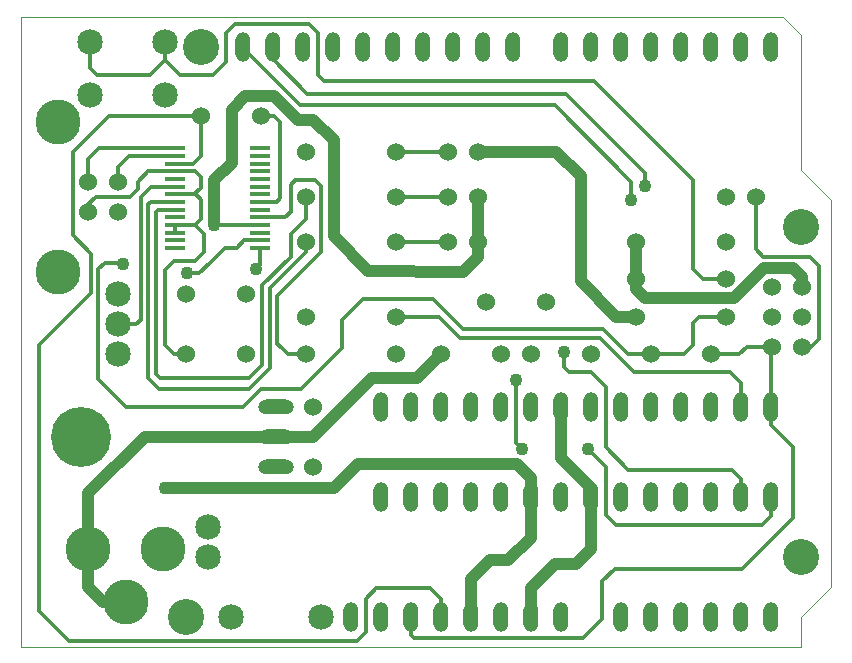
<source format=gtl>
G04 (created by PCBNEW (2013-03-31 BZR 4008)-stable) date 04/02/2015 13:54:46*
%MOIN*%
G04 Gerber Fmt 3.4, Leading zero omitted, Abs format*
%FSLAX34Y34*%
G01*
G70*
G90*
G04 APERTURE LIST*
%ADD10C,0*%
%ADD11C,0.00393701*%
%ADD12R,0.065X0.015*%
%ADD13C,0.06*%
%ADD14C,0.085*%
%ADD15C,0.12*%
%ADD16C,0.15*%
%ADD17O,0.05X0.1*%
%ADD18O,0.12X0.05*%
%ADD19C,0.2*%
%ADD20C,0.0433071*%
%ADD21C,0.012*%
%ADD22C,0.04*%
G04 APERTURE END LIST*
G54D10*
G54D11*
X34000Y-34000D02*
X34000Y-55000D01*
X59400Y-34000D02*
X34000Y-34000D01*
X60000Y-34600D02*
X59400Y-34000D01*
X60000Y-39100D02*
X60000Y-34600D01*
X61000Y-40100D02*
X60000Y-39100D01*
X61000Y-53000D02*
X61000Y-40100D01*
X60000Y-54000D02*
X61000Y-53000D01*
X60000Y-55000D02*
X60000Y-54000D01*
X34000Y-55000D02*
X60000Y-55000D01*
G54D12*
X39153Y-40944D03*
X39153Y-41200D03*
X39153Y-41456D03*
X39153Y-41712D03*
X39153Y-40688D03*
X39153Y-40433D03*
X39153Y-40177D03*
X39153Y-39921D03*
X39153Y-39665D03*
X39153Y-39409D03*
X39153Y-38897D03*
X39153Y-39153D03*
X39153Y-38641D03*
X39153Y-38385D03*
X41968Y-39409D03*
X41968Y-39665D03*
X41968Y-39921D03*
X41968Y-40177D03*
X41968Y-40433D03*
X41968Y-40688D03*
X41968Y-41712D03*
X41968Y-41456D03*
X41968Y-41200D03*
X41968Y-40944D03*
X41968Y-39153D03*
X41968Y-38897D03*
X41968Y-38641D03*
X41968Y-38385D03*
G54D13*
X57500Y-42750D03*
X54500Y-42750D03*
X43500Y-41500D03*
X46500Y-41500D03*
X43500Y-40000D03*
X46500Y-40000D03*
X57500Y-41500D03*
X54500Y-41500D03*
X43500Y-45250D03*
X46500Y-45250D03*
X43500Y-44000D03*
X46500Y-44000D03*
X54500Y-44000D03*
X57500Y-44000D03*
G54D14*
X41000Y-54000D03*
X44000Y-54000D03*
G54D13*
X51500Y-43500D03*
X49500Y-43500D03*
X51000Y-45250D03*
X53000Y-45250D03*
X50000Y-45250D03*
X48000Y-45250D03*
X39500Y-43250D03*
X39500Y-45250D03*
X55000Y-45250D03*
X57000Y-45250D03*
X40000Y-37300D03*
X42000Y-37300D03*
X43750Y-49000D03*
X43750Y-47000D03*
G54D15*
X60000Y-52000D03*
X40000Y-35000D03*
X39500Y-54000D03*
X60000Y-41000D03*
G54D16*
X35250Y-42500D03*
X35250Y-37500D03*
G54D13*
X37250Y-40500D03*
X37250Y-39500D03*
X36250Y-39500D03*
X36250Y-40500D03*
G54D16*
X37500Y-53500D03*
X36250Y-51750D03*
X38750Y-51750D03*
G54D13*
X60050Y-45000D03*
X59050Y-45000D03*
X59050Y-44000D03*
X60050Y-44000D03*
X60050Y-43000D03*
X59050Y-43000D03*
G54D17*
X44400Y-35000D03*
X43400Y-35000D03*
X41400Y-35000D03*
X42400Y-35000D03*
X46400Y-35000D03*
X45400Y-35000D03*
X47400Y-35000D03*
X48400Y-35000D03*
X50400Y-35000D03*
X49400Y-35000D03*
G54D14*
X37250Y-43250D03*
X37250Y-45250D03*
X37250Y-44250D03*
G54D13*
X46500Y-38500D03*
X43500Y-38500D03*
G54D17*
X53000Y-35000D03*
X52000Y-35000D03*
X55000Y-35000D03*
X54000Y-35000D03*
X56000Y-35000D03*
X57000Y-35000D03*
X59000Y-35000D03*
X58000Y-35000D03*
X46000Y-54000D03*
X45000Y-54000D03*
X48000Y-54000D03*
X47000Y-54000D03*
X49000Y-54000D03*
X50000Y-54000D03*
X52000Y-54000D03*
X51000Y-54000D03*
X55000Y-54000D03*
X54000Y-54000D03*
X56000Y-54000D03*
X57000Y-54000D03*
X59000Y-54000D03*
X58000Y-54000D03*
G54D13*
X41500Y-45250D03*
X41500Y-43250D03*
G54D14*
X40250Y-51000D03*
X40250Y-52000D03*
G54D13*
X48250Y-38500D03*
X49250Y-38500D03*
X49250Y-40000D03*
X48250Y-40000D03*
X49250Y-41500D03*
X48250Y-41500D03*
X57500Y-40000D03*
X58500Y-40000D03*
G54D17*
X56000Y-50000D03*
X57000Y-50000D03*
X58000Y-50000D03*
X59000Y-50000D03*
X55000Y-50000D03*
X54000Y-50000D03*
X53000Y-50000D03*
X52000Y-50000D03*
X51000Y-50000D03*
X50000Y-50000D03*
X48000Y-50000D03*
X49000Y-50000D03*
X47000Y-50000D03*
X46000Y-50000D03*
X50000Y-47000D03*
X51000Y-47000D03*
X52000Y-47000D03*
X53000Y-47000D03*
X54000Y-47000D03*
X55000Y-47000D03*
X59000Y-47000D03*
X58000Y-47000D03*
X57000Y-47000D03*
X56000Y-47000D03*
X49000Y-47000D03*
X48000Y-47000D03*
X47000Y-47000D03*
X46000Y-47000D03*
G54D18*
X42500Y-47000D03*
X42500Y-48000D03*
X42500Y-49000D03*
G54D19*
X36000Y-48000D03*
G54D14*
X36300Y-34850D03*
X36300Y-36600D03*
X38800Y-36600D03*
X38800Y-34850D03*
G54D20*
X38800Y-49700D03*
X40450Y-40950D03*
X54350Y-40100D03*
X52900Y-48400D03*
X50700Y-48400D03*
X50500Y-46100D03*
X52100Y-45175D03*
X54800Y-39650D03*
X39550Y-42550D03*
X37400Y-42250D03*
X41850Y-42400D03*
G54D21*
X40025Y-54800D02*
X45200Y-54800D01*
X45200Y-54800D02*
X45500Y-54500D01*
X35725Y-41275D02*
X35725Y-38525D01*
X35725Y-38525D02*
X36000Y-38250D01*
X40000Y-37300D02*
X36950Y-37300D01*
X36950Y-37300D02*
X36550Y-37700D01*
X39650Y-38897D02*
X39752Y-38897D01*
X40000Y-38650D02*
X40000Y-37250D01*
X39752Y-38897D02*
X40000Y-38650D01*
X48000Y-54000D02*
X48000Y-53400D01*
X45500Y-53400D02*
X45500Y-54500D01*
X45850Y-53050D02*
X45500Y-53400D01*
X47650Y-53050D02*
X45850Y-53050D01*
X48000Y-53400D02*
X47650Y-53050D01*
X36000Y-38250D02*
X36550Y-37700D01*
X36550Y-37700D02*
X36650Y-37600D01*
X36350Y-41900D02*
X35725Y-41275D01*
X36350Y-43200D02*
X36350Y-41900D01*
X40025Y-54800D02*
X35600Y-54800D01*
X35600Y-54800D02*
X34600Y-53800D01*
X34600Y-53800D02*
X34600Y-44950D01*
X34600Y-44950D02*
X36350Y-43200D01*
X39153Y-38897D02*
X39650Y-38897D01*
G54D22*
X43425Y-49700D02*
X44450Y-49700D01*
X45250Y-48900D02*
X50525Y-48900D01*
X44450Y-49700D02*
X45250Y-48900D01*
X58775Y-42375D02*
X57775Y-43375D01*
X60050Y-43000D02*
X60050Y-42675D01*
X54500Y-43075D02*
X54500Y-42750D01*
X57775Y-43375D02*
X54800Y-43375D01*
X54800Y-43375D02*
X54500Y-43075D01*
X59750Y-42375D02*
X58775Y-42375D01*
X60050Y-42675D02*
X59750Y-42375D01*
X40225Y-49700D02*
X38800Y-49700D01*
X51000Y-50000D02*
X51000Y-49375D01*
X51000Y-49375D02*
X50525Y-48900D01*
X43425Y-49700D02*
X40225Y-49700D01*
X40225Y-49700D02*
X38875Y-49700D01*
X51000Y-50000D02*
X51000Y-51375D01*
X49000Y-52750D02*
X49000Y-54000D01*
X49625Y-52125D02*
X49000Y-52750D01*
X50250Y-52125D02*
X49625Y-52125D01*
X51000Y-51375D02*
X50250Y-52125D01*
X54500Y-41500D02*
X54500Y-42750D01*
X49250Y-40000D02*
X49250Y-41500D01*
X40450Y-40950D02*
X40450Y-39450D01*
X41487Y-36662D02*
X41025Y-37125D01*
X41025Y-37125D02*
X41025Y-38875D01*
X43225Y-37450D02*
X42437Y-36662D01*
X43750Y-37450D02*
X43225Y-37450D01*
X44425Y-38125D02*
X43750Y-37450D01*
X44425Y-41325D02*
X44425Y-38125D01*
X45575Y-42475D02*
X44425Y-41325D01*
X48750Y-42500D02*
X45575Y-42475D01*
X49250Y-42000D02*
X48750Y-42500D01*
X49250Y-41500D02*
X49250Y-42000D01*
X42437Y-36662D02*
X41487Y-36662D01*
X40450Y-39450D02*
X41025Y-38875D01*
G54D21*
X41250Y-40944D02*
X41005Y-40944D01*
X41005Y-40944D02*
X40450Y-40950D01*
X41250Y-40944D02*
X41968Y-40944D01*
X37250Y-44250D02*
X37850Y-44250D01*
X37850Y-44250D02*
X38000Y-44100D01*
X38000Y-44100D02*
X38000Y-40000D01*
X38000Y-40000D02*
X38334Y-39665D01*
X38334Y-39665D02*
X39153Y-39665D01*
X59725Y-50725D02*
X59725Y-48350D01*
X59725Y-48350D02*
X59600Y-48225D01*
X59000Y-47000D02*
X59000Y-47625D01*
X59000Y-47625D02*
X59600Y-48225D01*
X47100Y-54700D02*
X47000Y-54600D01*
X47000Y-54600D02*
X47000Y-54000D01*
X52475Y-54700D02*
X47100Y-54700D01*
X58950Y-51500D02*
X59725Y-50725D01*
X52750Y-54700D02*
X53375Y-54075D01*
X53375Y-54075D02*
X53375Y-52825D01*
X53375Y-52825D02*
X53800Y-52400D01*
X53800Y-52400D02*
X58050Y-52400D01*
X58050Y-52400D02*
X58950Y-51500D01*
X52475Y-54700D02*
X52750Y-54700D01*
X59050Y-45000D02*
X58200Y-45000D01*
X58200Y-45000D02*
X57950Y-45250D01*
X57500Y-42750D02*
X56750Y-42750D01*
X56400Y-42400D02*
X56400Y-41650D01*
X56750Y-42750D02*
X56400Y-42400D01*
X43450Y-34250D02*
X43600Y-34250D01*
X56400Y-39450D02*
X56400Y-41650D01*
X53100Y-36150D02*
X56400Y-39450D01*
X44100Y-36150D02*
X53100Y-36150D01*
X43900Y-35950D02*
X44100Y-36150D01*
X43900Y-34550D02*
X43900Y-35950D01*
X43600Y-34250D02*
X43900Y-34550D01*
X38800Y-34600D02*
X38800Y-35450D01*
X38800Y-35450D02*
X38300Y-35950D01*
X36300Y-35700D02*
X36300Y-34600D01*
X36550Y-35950D02*
X36300Y-35700D01*
X38300Y-35950D02*
X36550Y-35950D01*
X39700Y-35950D02*
X39300Y-35950D01*
X39300Y-35950D02*
X38800Y-35450D01*
X41150Y-34250D02*
X43450Y-34250D01*
X40850Y-34550D02*
X41150Y-34250D01*
X40850Y-35500D02*
X40850Y-34550D01*
X40400Y-35950D02*
X40850Y-35500D01*
X40300Y-35950D02*
X39700Y-35950D01*
X40300Y-35950D02*
X40400Y-35950D01*
X59000Y-47000D02*
X59000Y-45050D01*
X59000Y-45050D02*
X59050Y-45000D01*
X57000Y-45250D02*
X57950Y-45250D01*
X54700Y-45850D02*
X54450Y-45850D01*
X53300Y-44700D02*
X48650Y-44700D01*
X54450Y-45850D02*
X53300Y-44700D01*
X48650Y-44700D02*
X47950Y-44000D01*
X46500Y-44000D02*
X47950Y-44000D01*
X58000Y-46200D02*
X58000Y-47000D01*
X57650Y-45850D02*
X58000Y-46200D01*
X54700Y-45850D02*
X57650Y-45850D01*
X41400Y-35000D02*
X41400Y-35050D01*
X54350Y-39500D02*
X54350Y-40100D01*
X51800Y-36950D02*
X54350Y-39500D01*
X43300Y-36950D02*
X51800Y-36950D01*
X41400Y-35050D02*
X43300Y-36950D01*
X50500Y-48200D02*
X50500Y-46100D01*
X50700Y-48400D02*
X50500Y-48200D01*
X59000Y-50000D02*
X59000Y-50650D01*
X53500Y-50600D02*
X53500Y-49000D01*
X53850Y-50950D02*
X53500Y-50600D01*
X58700Y-50950D02*
X53850Y-50950D01*
X59000Y-50650D02*
X58700Y-50950D01*
X53500Y-49000D02*
X52900Y-48400D01*
X52925Y-45850D02*
X52275Y-45850D01*
X52100Y-45675D02*
X52100Y-45175D01*
X52275Y-45850D02*
X52100Y-45675D01*
X42400Y-35000D02*
X42400Y-35425D01*
X54800Y-39200D02*
X54800Y-39650D01*
X52175Y-36575D02*
X54800Y-39200D01*
X43550Y-36575D02*
X52175Y-36575D01*
X42400Y-35425D02*
X43550Y-36575D01*
X53000Y-45850D02*
X52925Y-45850D01*
X53500Y-46350D02*
X53000Y-45850D01*
X53500Y-46600D02*
X53500Y-46350D01*
X58000Y-49400D02*
X57700Y-49100D01*
X57700Y-49100D02*
X54250Y-49100D01*
X54250Y-49100D02*
X53500Y-48350D01*
X53500Y-48350D02*
X53500Y-46600D01*
X58000Y-50000D02*
X58000Y-49400D01*
X39550Y-42550D02*
X39950Y-42550D01*
X39950Y-42550D02*
X40300Y-42200D01*
X49800Y-44400D02*
X48750Y-44400D01*
X47750Y-43400D02*
X45400Y-43400D01*
X48750Y-44400D02*
X47750Y-43400D01*
X36800Y-42200D02*
X37350Y-42200D01*
X41968Y-41456D02*
X41443Y-41456D01*
X41200Y-41700D02*
X41443Y-41456D01*
X45400Y-43400D02*
X44700Y-44100D01*
X44700Y-44100D02*
X44700Y-45050D01*
X44700Y-45050D02*
X43350Y-46400D01*
X43350Y-46400D02*
X42000Y-46400D01*
X42000Y-46400D02*
X41400Y-47000D01*
X41400Y-47000D02*
X37500Y-47000D01*
X37500Y-47000D02*
X36570Y-46070D01*
X36570Y-46070D02*
X36570Y-42429D01*
X36570Y-42429D02*
X36800Y-42200D01*
X53400Y-44400D02*
X49800Y-44400D01*
X54250Y-45250D02*
X55000Y-45250D01*
X54250Y-45250D02*
X53400Y-44400D01*
X40800Y-41700D02*
X41200Y-41700D01*
X39950Y-42550D02*
X40300Y-42200D01*
X40300Y-42200D02*
X40800Y-41700D01*
X37350Y-42200D02*
X37400Y-42250D01*
X55000Y-45250D02*
X56100Y-45250D01*
X56400Y-44200D02*
X56600Y-44000D01*
X56400Y-44950D02*
X56400Y-44200D01*
X56100Y-45250D02*
X56400Y-44950D01*
X56600Y-44000D02*
X57500Y-44000D01*
G54D22*
X36250Y-51750D02*
X36250Y-49875D01*
X36250Y-49875D02*
X38125Y-48000D01*
X37500Y-53500D02*
X36750Y-53500D01*
X36250Y-53000D02*
X36250Y-51750D01*
X36750Y-53500D02*
X36250Y-53000D01*
X42500Y-48000D02*
X43750Y-48000D01*
X45700Y-46050D02*
X47200Y-46050D01*
X43750Y-48000D02*
X45700Y-46050D01*
X40825Y-48000D02*
X38125Y-48000D01*
X40825Y-48000D02*
X42500Y-48000D01*
X51000Y-54000D02*
X51000Y-53050D01*
X53000Y-51750D02*
X53000Y-50000D01*
X52500Y-52250D02*
X53000Y-51750D01*
X51800Y-52250D02*
X52500Y-52250D01*
X51000Y-53050D02*
X51800Y-52250D01*
X53000Y-50000D02*
X53000Y-49700D01*
X52000Y-48700D02*
X52000Y-47000D01*
X53000Y-49700D02*
X52000Y-48700D01*
X54500Y-44000D02*
X53850Y-44000D01*
X52675Y-39325D02*
X51850Y-38500D01*
X52675Y-42825D02*
X52675Y-39325D01*
X53850Y-44000D02*
X52675Y-42825D01*
X51850Y-38500D02*
X49250Y-38500D01*
X47200Y-46050D02*
X48000Y-45250D01*
G54D21*
X40000Y-39600D02*
X40000Y-39350D01*
X39803Y-39153D02*
X39153Y-39153D01*
X40000Y-39350D02*
X39803Y-39153D01*
X40000Y-39600D02*
X40000Y-39700D01*
X40000Y-39700D02*
X39778Y-39921D01*
X40000Y-40200D02*
X40000Y-40100D01*
X40000Y-40100D02*
X39821Y-39921D01*
X39821Y-39921D02*
X39778Y-39921D01*
X39778Y-39921D02*
X39153Y-39921D01*
X60050Y-45000D02*
X60350Y-45000D01*
X60600Y-42300D02*
X60300Y-42000D01*
X60600Y-44750D02*
X60600Y-42300D01*
X60350Y-45000D02*
X60600Y-44750D01*
X41968Y-40177D02*
X42522Y-40177D01*
X42522Y-40177D02*
X42650Y-40050D01*
X42650Y-40050D02*
X42650Y-37500D01*
X42650Y-37500D02*
X42450Y-37300D01*
X42450Y-37300D02*
X42000Y-37300D01*
X42650Y-37950D02*
X42650Y-37500D01*
X42650Y-40050D02*
X42650Y-37950D01*
X42522Y-40177D02*
X42650Y-40050D01*
X42450Y-37300D02*
X42000Y-37300D01*
X42650Y-37500D02*
X42450Y-37300D01*
X49250Y-38500D02*
X51850Y-38500D01*
X39500Y-45250D02*
X39100Y-45250D01*
X40100Y-41700D02*
X40100Y-41239D01*
X40100Y-41239D02*
X39805Y-40944D01*
X40100Y-41850D02*
X40100Y-41700D01*
X39100Y-45250D02*
X38800Y-44950D01*
X38800Y-44950D02*
X38800Y-42450D01*
X38800Y-42450D02*
X39100Y-42150D01*
X39100Y-42150D02*
X39800Y-42150D01*
X39800Y-42150D02*
X40100Y-41850D01*
X47200Y-46050D02*
X48000Y-45250D01*
X39153Y-39153D02*
X38246Y-39153D01*
X36250Y-40250D02*
X36250Y-40500D01*
X36500Y-40000D02*
X36250Y-40250D01*
X37650Y-40000D02*
X36500Y-40000D01*
X37900Y-39750D02*
X37650Y-40000D01*
X37900Y-39500D02*
X37900Y-39750D01*
X38246Y-39153D02*
X37900Y-39500D01*
X58500Y-41750D02*
X58500Y-40000D01*
X58750Y-42000D02*
X58500Y-41750D01*
X60300Y-42000D02*
X58750Y-42000D01*
X40000Y-40177D02*
X40000Y-40200D01*
X40000Y-40200D02*
X40000Y-40250D01*
X39805Y-40944D02*
X39153Y-40944D01*
X40000Y-40750D02*
X39805Y-40944D01*
X40000Y-40250D02*
X40000Y-40750D01*
X39153Y-40944D02*
X39153Y-41200D01*
X46500Y-38500D02*
X48250Y-38500D01*
X42300Y-43300D02*
X42300Y-43050D01*
X43500Y-41850D02*
X43500Y-41500D01*
X42300Y-43050D02*
X43500Y-41850D01*
X42300Y-45250D02*
X42300Y-43300D01*
X42300Y-45700D02*
X41600Y-46400D01*
X42300Y-45250D02*
X42300Y-45700D01*
X38250Y-46050D02*
X38250Y-45200D01*
X38600Y-46400D02*
X38250Y-46050D01*
X41600Y-46400D02*
X38600Y-46400D01*
X38250Y-45200D02*
X38250Y-42150D01*
X39153Y-40177D02*
X38322Y-40177D01*
X38322Y-40177D02*
X38250Y-40250D01*
X38250Y-40250D02*
X38250Y-42150D01*
X39250Y-46050D02*
X38650Y-46050D01*
X38500Y-45900D02*
X38500Y-45600D01*
X38650Y-46050D02*
X38500Y-45900D01*
X42050Y-45100D02*
X42050Y-42950D01*
X42050Y-42950D02*
X43000Y-42000D01*
X43000Y-41450D02*
X43000Y-41250D01*
X43500Y-40750D02*
X43500Y-40000D01*
X43000Y-41250D02*
X43500Y-40750D01*
X42050Y-45600D02*
X41600Y-46050D01*
X42050Y-45100D02*
X42050Y-45600D01*
X38500Y-45600D02*
X38500Y-41900D01*
X38500Y-40500D02*
X38500Y-41900D01*
X38566Y-40433D02*
X38500Y-40500D01*
X39153Y-40433D02*
X38566Y-40433D01*
X41600Y-46050D02*
X39250Y-46050D01*
X43000Y-42000D02*
X43000Y-41450D01*
X46500Y-41500D02*
X48250Y-41500D01*
X46500Y-40000D02*
X48250Y-40000D01*
X41968Y-42281D02*
X41968Y-41712D01*
X41850Y-42400D02*
X41968Y-42281D01*
X43700Y-39450D02*
X43800Y-39450D01*
X44000Y-39650D02*
X44000Y-41850D01*
X43800Y-39450D02*
X44000Y-39650D01*
X43000Y-40000D02*
X43000Y-39600D01*
X43150Y-39450D02*
X43700Y-39450D01*
X43000Y-39600D02*
X43150Y-39450D01*
X42700Y-45050D02*
X42550Y-44900D01*
X42550Y-43300D02*
X44000Y-41850D01*
X42550Y-44900D02*
X42550Y-43300D01*
X43500Y-45250D02*
X42900Y-45250D01*
X42900Y-45250D02*
X42700Y-45050D01*
X42500Y-40688D02*
X42811Y-40688D01*
X43000Y-40500D02*
X43000Y-40000D01*
X42811Y-40688D02*
X43000Y-40500D01*
X41968Y-40688D02*
X42500Y-40688D01*
X39153Y-38385D02*
X36614Y-38385D01*
X36250Y-38750D02*
X36250Y-39500D01*
X36614Y-38385D02*
X36250Y-38750D01*
X39153Y-38641D02*
X37608Y-38641D01*
X37250Y-39000D02*
X37250Y-39500D01*
X37608Y-38641D02*
X37250Y-39000D01*
M02*

</source>
